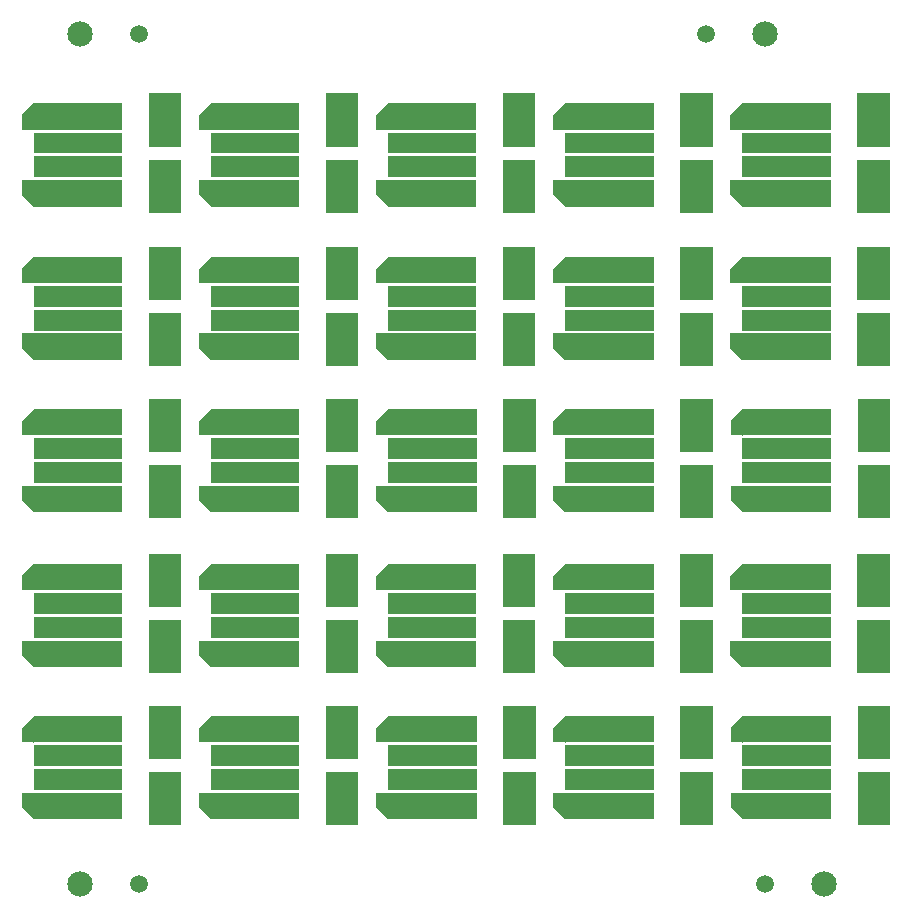
<source format=gts>
*
%FSLAX26Y26*%
%MOIN*%
%ADD10C,0.059055*%
%ADD11C,0.084646*%
%IPPOS*%
%LNa.gts*%
%LPD*%
%SRX1Y1I0J0*%
G01*
G75*
G36*
X514117Y19472D02*
X406243D01*
Y196244D01*
X514117D01*
Y19472D01*
G37*
G36*
X22653Y128873D02*
X22977Y128659D01*
X23348Y128544D01*
X23566Y128527D01*
X317464D01*
Y39944D01*
X23566D01*
X23182Y39890D01*
X22829Y39730D01*
X22598Y39534D01*
X22592Y39541D01*
X22281Y39774D01*
X22094Y39845D01*
X21974Y40111D01*
X21784Y40348D01*
X-17182Y79314D01*
Y128527D01*
X21617D01*
X22001Y128582D01*
X22355Y128741D01*
X22592Y128931D01*
X22598Y128937D01*
X22653Y128873D01*
G37*
G36*
X317464Y138370D02*
X22188D01*
Y207267D01*
X317464D01*
Y138370D01*
G37*
G36*
Y217110D02*
X22188D01*
Y286007D01*
X317464D01*
Y217110D01*
G37*
G36*
X514117Y239944D02*
X406243D01*
Y416716D01*
X514117D01*
Y239944D01*
G37*
G36*
X22653Y384778D02*
X22977Y384565D01*
X23348Y384450D01*
X23566Y384433D01*
X317464D01*
Y295850D01*
X23566D01*
X23182Y295795D01*
X22829Y295636D01*
X22598Y295440D01*
X22592Y295446D01*
X22281Y295679D01*
X21919Y295816D01*
X21617Y295850D01*
X-17182D01*
Y345063D01*
X21784Y384029D01*
X22017Y384339D01*
X22088Y384526D01*
X22355Y384647D01*
X22592Y384836D01*
X22598Y384843D01*
X22653Y384778D01*
G37*
G36*
X1104668Y19472D02*
X996794D01*
Y196244D01*
X1104668D01*
Y19472D01*
G37*
G36*
X613204Y128873D02*
X613528Y128659D01*
X613899Y128544D01*
X614117Y128527D01*
X908015D01*
Y39944D01*
X614117D01*
X613733Y39890D01*
X613380Y39730D01*
X613149Y39534D01*
X613143Y39541D01*
X612832Y39774D01*
X612645Y39845D01*
X612525Y40111D01*
X612335Y40348D01*
X573369Y79314D01*
Y128527D01*
X612168D01*
X612552Y128582D01*
X612906Y128741D01*
X613143Y128931D01*
X613149Y128937D01*
X613204Y128873D01*
G37*
G36*
X908015Y138370D02*
X612739D01*
Y207267D01*
X908015D01*
Y138370D01*
G37*
G36*
Y217110D02*
X612739D01*
Y286007D01*
X908015D01*
Y217110D01*
G37*
G36*
X1104668Y239944D02*
X996794D01*
Y416716D01*
X1104668D01*
Y239944D01*
G37*
G36*
X613204Y384778D02*
X613528Y384565D01*
X613899Y384450D01*
X614117Y384433D01*
X908015D01*
Y295850D01*
X614117D01*
X613733Y295795D01*
X613380Y295636D01*
X613149Y295440D01*
X613143Y295446D01*
X612832Y295679D01*
X612470Y295816D01*
X612168Y295850D01*
X573369D01*
Y345063D01*
X612335Y384029D01*
X612568Y384339D01*
X612639Y384526D01*
X612906Y384647D01*
X613143Y384836D01*
X613149Y384843D01*
X613204Y384778D01*
G37*
G36*
X1695219Y19472D02*
X1587345D01*
Y196244D01*
X1695219D01*
Y19472D01*
G37*
G36*
X1203756Y128873D02*
X1204079Y128659D01*
X1204450Y128544D01*
X1204668Y128527D01*
X1498566D01*
Y39944D01*
X1204668D01*
X1204284Y39890D01*
X1203931Y39730D01*
X1203700Y39534D01*
X1203694Y39541D01*
X1203384Y39774D01*
X1203196Y39845D01*
X1203076Y40111D01*
X1202886Y40348D01*
X1163920Y79314D01*
Y128527D01*
X1202719D01*
X1203103Y128582D01*
X1203457Y128741D01*
X1203694Y128931D01*
X1203700Y128937D01*
X1203756Y128873D01*
G37*
G36*
X1498566Y138370D02*
X1203290D01*
Y207267D01*
X1498566D01*
Y138370D01*
G37*
G36*
Y217110D02*
X1203290D01*
Y286007D01*
X1498566D01*
Y217110D01*
G37*
G36*
X1695219Y239944D02*
X1587345D01*
Y416716D01*
X1695219D01*
Y239944D01*
G37*
G36*
X1203756Y384778D02*
X1204079Y384565D01*
X1204450Y384450D01*
X1204668Y384433D01*
X1498566D01*
Y295850D01*
X1204668D01*
X1204284Y295795D01*
X1203931Y295636D01*
X1203700Y295440D01*
X1203694Y295446D01*
X1203384Y295679D01*
X1203021Y295816D01*
X1202719Y295850D01*
X1163920D01*
Y345063D01*
X1202886Y384029D01*
X1203119Y384339D01*
X1203190Y384526D01*
X1203457Y384647D01*
X1203694Y384836D01*
X1203700Y384843D01*
X1203756Y384778D01*
G37*
G36*
X2285770Y19472D02*
X2177896D01*
Y196244D01*
X2285770D01*
Y19472D01*
G37*
G36*
X1794306Y128873D02*
X1794630Y128659D01*
X1795001Y128544D01*
X1795219Y128527D01*
X2089117D01*
Y39944D01*
X1795219D01*
X1794835Y39890D01*
X1794482Y39730D01*
X1794251Y39534D01*
X1794245Y39541D01*
X1793935Y39774D01*
X1793747Y39845D01*
X1793627Y40111D01*
X1793437Y40348D01*
X1754471Y79314D01*
Y128527D01*
X1793270D01*
X1793654Y128582D01*
X1794008Y128741D01*
X1794245Y128931D01*
X1794251Y128937D01*
X1794306Y128873D01*
G37*
G36*
X2089117Y138370D02*
X1793841D01*
Y207267D01*
X2089117D01*
Y138370D01*
G37*
G36*
Y217110D02*
X1793841D01*
Y286007D01*
X2089117D01*
Y217110D01*
G37*
G36*
X2285770Y239944D02*
X2177896D01*
Y416716D01*
X2285770D01*
Y239944D01*
G37*
G36*
X1794306Y384778D02*
X1794630Y384565D01*
X1795001Y384450D01*
X1795219Y384433D01*
X2089117D01*
Y295850D01*
X1795219D01*
X1794835Y295795D01*
X1794482Y295636D01*
X1794251Y295440D01*
X1794245Y295446D01*
X1793935Y295679D01*
X1793572Y295816D01*
X1793270Y295850D01*
X1754471D01*
Y345063D01*
X1793437Y384029D01*
X1793670Y384339D01*
X1793741Y384526D01*
X1794008Y384647D01*
X1794245Y384836D01*
X1794251Y384843D01*
X1794306Y384778D01*
G37*
G36*
X2876321Y19472D02*
X2768447D01*
Y196244D01*
X2876321D01*
Y19472D01*
G37*
G36*
X2384857Y128873D02*
X2385181Y128659D01*
X2385552Y128544D01*
X2385770Y128527D01*
X2679668D01*
Y39944D01*
X2385770D01*
X2385386Y39890D01*
X2385033Y39730D01*
X2384802Y39534D01*
X2384796Y39541D01*
X2384486Y39774D01*
X2384298Y39845D01*
X2384178Y40111D01*
X2383988Y40348D01*
X2345022Y79314D01*
Y128527D01*
X2383821D01*
X2384205Y128582D01*
X2384559Y128741D01*
X2384796Y128931D01*
X2384802Y128937D01*
X2384857Y128873D01*
G37*
G36*
X2679668Y138370D02*
X2384392D01*
Y207267D01*
X2679668D01*
Y138370D01*
G37*
G36*
Y217110D02*
X2384392D01*
Y286007D01*
X2679668D01*
Y217110D01*
G37*
G36*
X2876321Y239944D02*
X2768447D01*
Y416716D01*
X2876321D01*
Y239944D01*
G37*
G36*
X2384857Y384778D02*
X2385181Y384565D01*
X2385552Y384450D01*
X2385770Y384433D01*
X2679668D01*
Y295850D01*
X2385770D01*
X2385386Y295795D01*
X2385033Y295636D01*
X2384802Y295440D01*
X2384796Y295446D01*
X2384486Y295679D01*
X2384123Y295816D01*
X2383821Y295850D01*
X2345022D01*
Y345063D01*
X2383988Y384029D01*
X2384221Y384339D01*
X2384292Y384526D01*
X2384559Y384647D01*
X2384796Y384836D01*
X2384802Y384843D01*
X2384857Y384778D01*
G37*
G36*
X513626Y526512D02*
X405752D01*
Y703284D01*
X513626D01*
Y526512D01*
G37*
G36*
X22162Y635913D02*
X22486Y635699D01*
X22857Y635585D01*
X23075Y635567D01*
X316973D01*
Y546984D01*
X23075D01*
X22691Y546930D01*
X22338Y546770D01*
X22107Y546574D01*
X22100Y546581D01*
X21790Y546814D01*
X21603Y546885D01*
X21483Y547151D01*
X21293Y547388D01*
X-17673Y586355D01*
Y635567D01*
X21126D01*
X21510Y635622D01*
X21863Y635781D01*
X22100Y635971D01*
X22107Y635977D01*
X22162Y635913D01*
G37*
G36*
X316973Y645410D02*
X21697D01*
Y714307D01*
X316973D01*
Y645410D01*
G37*
G36*
Y724150D02*
X21697D01*
Y793047D01*
X316973D01*
Y724150D01*
G37*
G36*
X513626Y746984D02*
X405752D01*
Y923756D01*
X513626D01*
Y746984D01*
G37*
G36*
X22162Y891818D02*
X22486Y891605D01*
X22857Y891490D01*
X23075Y891473D01*
X316973D01*
Y802890D01*
X23075D01*
X22691Y802835D01*
X22338Y802676D01*
X22107Y802480D01*
X22100Y802486D01*
X21790Y802719D01*
X21428Y802856D01*
X21126Y802890D01*
X-17673D01*
Y852103D01*
X21293Y891069D01*
X21526Y891379D01*
X21597Y891567D01*
X21863Y891687D01*
X22100Y891876D01*
X22107Y891883D01*
X22162Y891818D01*
G37*
G36*
X1104177Y526512D02*
X996303D01*
Y703284D01*
X1104177D01*
Y526512D01*
G37*
G36*
X612713Y635913D02*
X613037Y635699D01*
X613408Y635585D01*
X613626Y635567D01*
X907524D01*
Y546984D01*
X613626D01*
X613242Y546930D01*
X612889Y546770D01*
X612658Y546574D01*
X612651Y546581D01*
X612341Y546814D01*
X612154Y546885D01*
X612034Y547151D01*
X611844Y547388D01*
X572878Y586355D01*
Y635567D01*
X611677D01*
X612061Y635622D01*
X612414Y635781D01*
X612651Y635971D01*
X612658Y635977D01*
X612713Y635913D01*
G37*
G36*
X907524Y645410D02*
X612248D01*
Y714307D01*
X907524D01*
Y645410D01*
G37*
G36*
Y724150D02*
X612248D01*
Y793047D01*
X907524D01*
Y724150D01*
G37*
G36*
X1104177Y746984D02*
X996303D01*
Y923756D01*
X1104177D01*
Y746984D01*
G37*
G36*
X612713Y891818D02*
X613037Y891605D01*
X613408Y891490D01*
X613626Y891473D01*
X907524D01*
Y802890D01*
X613626D01*
X613242Y802835D01*
X612889Y802676D01*
X612658Y802480D01*
X612651Y802486D01*
X612341Y802719D01*
X611979Y802856D01*
X611677Y802890D01*
X572878D01*
Y852103D01*
X611844Y891069D01*
X612077Y891379D01*
X612148Y891567D01*
X612414Y891687D01*
X612651Y891876D01*
X612658Y891883D01*
X612713Y891818D01*
G37*
G36*
X1694728Y526512D02*
X1586854D01*
Y703284D01*
X1694728D01*
Y526512D01*
G37*
G36*
X1203264Y635913D02*
X1203588Y635699D01*
X1203959Y635585D01*
X1204177Y635567D01*
X1498075D01*
Y546984D01*
X1204177D01*
X1203793Y546930D01*
X1203440Y546770D01*
X1203209Y546574D01*
X1203203Y546581D01*
X1202893Y546814D01*
X1202705Y546885D01*
X1202585Y547151D01*
X1202395Y547388D01*
X1163429Y586355D01*
Y635567D01*
X1202228D01*
X1202612Y635622D01*
X1202966Y635781D01*
X1203203Y635971D01*
X1203209Y635977D01*
X1203264Y635913D01*
G37*
G36*
X1498075Y645410D02*
X1202799D01*
Y714307D01*
X1498075D01*
Y645410D01*
G37*
G36*
Y724150D02*
X1202799D01*
Y793047D01*
X1498075D01*
Y724150D01*
G37*
G36*
X1694728Y746984D02*
X1586854D01*
Y923756D01*
X1694728D01*
Y746984D01*
G37*
G36*
X1203264Y891818D02*
X1203588Y891605D01*
X1203959Y891490D01*
X1204177Y891473D01*
X1498075D01*
Y802890D01*
X1204177D01*
X1203793Y802835D01*
X1203440Y802676D01*
X1203209Y802480D01*
X1203203Y802486D01*
X1202893Y802719D01*
X1202530Y802856D01*
X1202228Y802890D01*
X1163429D01*
Y852103D01*
X1202395Y891069D01*
X1202628Y891379D01*
X1202699Y891567D01*
X1202966Y891687D01*
X1203203Y891876D01*
X1203209Y891883D01*
X1203264Y891818D01*
G37*
G36*
X2285279Y526512D02*
X2177405D01*
Y703284D01*
X2285279D01*
Y526512D01*
G37*
G36*
X1793815Y635913D02*
X1794139Y635699D01*
X1794510Y635585D01*
X1794728Y635567D01*
X2088626D01*
Y546984D01*
X1794728D01*
X1794344Y546930D01*
X1793991Y546770D01*
X1793760Y546574D01*
X1793754Y546581D01*
X1793444Y546814D01*
X1793256Y546885D01*
X1793136Y547151D01*
X1792946Y547388D01*
X1753980Y586355D01*
Y635567D01*
X1792779D01*
X1793163Y635622D01*
X1793517Y635781D01*
X1793754Y635971D01*
X1793760Y635977D01*
X1793815Y635913D01*
G37*
G36*
X2088626Y645410D02*
X1793350D01*
Y714307D01*
X2088626D01*
Y645410D01*
G37*
G36*
Y724150D02*
X1793350D01*
Y793047D01*
X2088626D01*
Y724150D01*
G37*
G36*
X2285279Y746984D02*
X2177405D01*
Y923756D01*
X2285279D01*
Y746984D01*
G37*
G36*
X1793815Y891818D02*
X1794139Y891605D01*
X1794510Y891490D01*
X1794728Y891473D01*
X2088626D01*
Y802890D01*
X1794728D01*
X1794344Y802835D01*
X1793991Y802676D01*
X1793760Y802480D01*
X1793754Y802486D01*
X1793444Y802719D01*
X1793081Y802856D01*
X1792779Y802890D01*
X1753980D01*
Y852103D01*
X1792946Y891069D01*
X1793179Y891379D01*
X1793250Y891567D01*
X1793517Y891687D01*
X1793754Y891876D01*
X1793760Y891883D01*
X1793815Y891818D01*
G37*
G36*
X2875830Y526512D02*
X2767956D01*
Y703284D01*
X2875830D01*
Y526512D01*
G37*
G36*
X2384366Y635913D02*
X2384690Y635699D01*
X2385061Y635585D01*
X2385279Y635567D01*
X2679177D01*
Y546984D01*
X2385279D01*
X2384895Y546930D01*
X2384542Y546770D01*
X2384311Y546574D01*
X2384305Y546581D01*
X2383994Y546814D01*
X2383807Y546885D01*
X2383687Y547151D01*
X2383497Y547388D01*
X2344531Y586355D01*
Y635567D01*
X2383330D01*
X2383714Y635622D01*
X2384068Y635781D01*
X2384305Y635971D01*
X2384311Y635977D01*
X2384366Y635913D01*
G37*
G36*
X2679177Y645410D02*
X2383901D01*
Y714307D01*
X2679177D01*
Y645410D01*
G37*
G36*
Y724150D02*
X2383901D01*
Y793047D01*
X2679177D01*
Y724150D01*
G37*
G36*
X2875830Y746984D02*
X2767956D01*
Y923756D01*
X2875830D01*
Y746984D01*
G37*
G36*
X2384366Y891818D02*
X2384690Y891605D01*
X2385061Y891490D01*
X2385279Y891473D01*
X2679177D01*
Y802890D01*
X2385279D01*
X2384895Y802835D01*
X2384542Y802676D01*
X2384311Y802480D01*
X2384305Y802486D01*
X2383994Y802719D01*
X2383632Y802856D01*
X2383330Y802890D01*
X2344531D01*
Y852103D01*
X2383497Y891069D01*
X2383730Y891379D01*
X2383801Y891567D01*
X2384068Y891687D01*
X2384305Y891876D01*
X2384311Y891883D01*
X2384366Y891818D01*
G37*
G36*
X514117Y1043141D02*
X406243D01*
Y1219913D01*
X514117D01*
Y1043141D01*
G37*
G36*
X22653Y1152542D02*
X22977Y1152328D01*
X23348Y1152213D01*
X23566Y1152196D01*
X317464D01*
Y1063613D01*
X23566D01*
X23182Y1063559D01*
X22829Y1063399D01*
X22598Y1063203D01*
X22592Y1063210D01*
X22281Y1063443D01*
X22094Y1063514D01*
X21974Y1063780D01*
X21784Y1064017D01*
X-17182Y1102983D01*
Y1152196D01*
X21617D01*
X22001Y1152251D01*
X22355Y1152410D01*
X22592Y1152600D01*
X22598Y1152606D01*
X22653Y1152542D01*
G37*
G36*
X317464Y1162039D02*
X22188D01*
Y1230936D01*
X317464D01*
Y1162039D01*
G37*
G36*
Y1240779D02*
X22188D01*
Y1309676D01*
X317464D01*
Y1240779D01*
G37*
G36*
X514117Y1263613D02*
X406243D01*
Y1440385D01*
X514117D01*
Y1263613D01*
G37*
G36*
X22653Y1408447D02*
X22977Y1408234D01*
X23348Y1408119D01*
X23566Y1408102D01*
X317464D01*
Y1319519D01*
X23566D01*
X23182Y1319464D01*
X22829Y1319305D01*
X22598Y1319109D01*
X22592Y1319115D01*
X22281Y1319348D01*
X21919Y1319485D01*
X21617Y1319519D01*
X-17182D01*
Y1368731D01*
X21784Y1407698D01*
X22017Y1408008D01*
X22088Y1408195D01*
X22355Y1408316D01*
X22592Y1408505D01*
X22598Y1408512D01*
X22653Y1408447D01*
G37*
G36*
X1104668Y1043141D02*
X996794D01*
Y1219913D01*
X1104668D01*
Y1043141D01*
G37*
G36*
X613204Y1152542D02*
X613528Y1152328D01*
X613899Y1152213D01*
X614117Y1152196D01*
X908015D01*
Y1063613D01*
X614117D01*
X613733Y1063559D01*
X613380Y1063399D01*
X613149Y1063203D01*
X613143Y1063210D01*
X612832Y1063443D01*
X612645Y1063514D01*
X612525Y1063780D01*
X612335Y1064017D01*
X573369Y1102983D01*
Y1152196D01*
X612168D01*
X612552Y1152251D01*
X612906Y1152410D01*
X613143Y1152600D01*
X613149Y1152606D01*
X613204Y1152542D01*
G37*
G36*
X908015Y1162039D02*
X612739D01*
Y1230936D01*
X908015D01*
Y1162039D01*
G37*
G36*
Y1240779D02*
X612739D01*
Y1309676D01*
X908015D01*
Y1240779D01*
G37*
G36*
X1104668Y1263613D02*
X996794D01*
Y1440385D01*
X1104668D01*
Y1263613D01*
G37*
G36*
X613204Y1408447D02*
X613528Y1408234D01*
X613899Y1408119D01*
X614117Y1408102D01*
X908015D01*
Y1319519D01*
X614117D01*
X613733Y1319464D01*
X613380Y1319305D01*
X613149Y1319109D01*
X613143Y1319115D01*
X612832Y1319348D01*
X612470Y1319485D01*
X612168Y1319519D01*
X573369D01*
Y1368731D01*
X612335Y1407698D01*
X612568Y1408008D01*
X612639Y1408195D01*
X612906Y1408316D01*
X613143Y1408505D01*
X613149Y1408512D01*
X613204Y1408447D01*
G37*
G36*
X1695219Y1043141D02*
X1587345D01*
Y1219913D01*
X1695219D01*
Y1043141D01*
G37*
G36*
X1203756Y1152542D02*
X1204079Y1152328D01*
X1204450Y1152213D01*
X1204668Y1152196D01*
X1498566D01*
Y1063613D01*
X1204668D01*
X1204284Y1063559D01*
X1203931Y1063399D01*
X1203700Y1063203D01*
X1203694Y1063210D01*
X1203384Y1063443D01*
X1203196Y1063514D01*
X1203076Y1063780D01*
X1202886Y1064017D01*
X1163920Y1102983D01*
Y1152196D01*
X1202719D01*
X1203103Y1152251D01*
X1203457Y1152410D01*
X1203694Y1152600D01*
X1203700Y1152606D01*
X1203756Y1152542D01*
G37*
G36*
X1498566Y1162039D02*
X1203290D01*
Y1230936D01*
X1498566D01*
Y1162039D01*
G37*
G36*
Y1240779D02*
X1203290D01*
Y1309676D01*
X1498566D01*
Y1240779D01*
G37*
G36*
X1695219Y1263613D02*
X1587345D01*
Y1440385D01*
X1695219D01*
Y1263613D01*
G37*
G36*
X1203756Y1408447D02*
X1204079Y1408234D01*
X1204450Y1408119D01*
X1204668Y1408102D01*
X1498566D01*
Y1319519D01*
X1204668D01*
X1204284Y1319464D01*
X1203931Y1319305D01*
X1203700Y1319109D01*
X1203694Y1319115D01*
X1203384Y1319348D01*
X1203021Y1319485D01*
X1202719Y1319519D01*
X1163920D01*
Y1368731D01*
X1202886Y1407698D01*
X1203119Y1408008D01*
X1203190Y1408195D01*
X1203457Y1408316D01*
X1203694Y1408505D01*
X1203700Y1408512D01*
X1203756Y1408447D01*
G37*
G36*
X2285770Y1043141D02*
X2177896D01*
Y1219913D01*
X2285770D01*
Y1043141D01*
G37*
G36*
X1794306Y1152542D02*
X1794630Y1152328D01*
X1795001Y1152213D01*
X1795219Y1152196D01*
X2089117D01*
Y1063613D01*
X1795219D01*
X1794835Y1063559D01*
X1794482Y1063399D01*
X1794251Y1063203D01*
X1794245Y1063210D01*
X1793935Y1063443D01*
X1793747Y1063514D01*
X1793627Y1063780D01*
X1793437Y1064017D01*
X1754471Y1102983D01*
Y1152196D01*
X1793270D01*
X1793654Y1152251D01*
X1794008Y1152410D01*
X1794245Y1152600D01*
X1794251Y1152606D01*
X1794306Y1152542D01*
G37*
G36*
X2089117Y1162039D02*
X1793841D01*
Y1230936D01*
X2089117D01*
Y1162039D01*
G37*
G36*
Y1240779D02*
X1793841D01*
Y1309676D01*
X2089117D01*
Y1240779D01*
G37*
G36*
X2285770Y1263613D02*
X2177896D01*
Y1440385D01*
X2285770D01*
Y1263613D01*
G37*
G36*
X1794306Y1408447D02*
X1794630Y1408234D01*
X1795001Y1408119D01*
X1795219Y1408102D01*
X2089117D01*
Y1319519D01*
X1795219D01*
X1794835Y1319464D01*
X1794482Y1319305D01*
X1794251Y1319109D01*
X1794245Y1319115D01*
X1793935Y1319348D01*
X1793572Y1319485D01*
X1793270Y1319519D01*
X1754471D01*
Y1368731D01*
X1793437Y1407698D01*
X1793670Y1408008D01*
X1793741Y1408195D01*
X1794008Y1408316D01*
X1794245Y1408505D01*
X1794251Y1408512D01*
X1794306Y1408447D01*
G37*
G36*
X2876321Y1043141D02*
X2768447D01*
Y1219913D01*
X2876321D01*
Y1043141D01*
G37*
G36*
X2384857Y1152542D02*
X2385181Y1152328D01*
X2385552Y1152213D01*
X2385770Y1152196D01*
X2679668D01*
Y1063613D01*
X2385770D01*
X2385386Y1063559D01*
X2385033Y1063399D01*
X2384802Y1063203D01*
X2384796Y1063210D01*
X2384486Y1063443D01*
X2384298Y1063514D01*
X2384178Y1063780D01*
X2383988Y1064017D01*
X2345022Y1102983D01*
Y1152196D01*
X2383821D01*
X2384205Y1152251D01*
X2384559Y1152410D01*
X2384796Y1152600D01*
X2384802Y1152606D01*
X2384857Y1152542D01*
G37*
G36*
X2679668Y1162039D02*
X2384392D01*
Y1230936D01*
X2679668D01*
Y1162039D01*
G37*
G36*
Y1240779D02*
X2384392D01*
Y1309676D01*
X2679668D01*
Y1240779D01*
G37*
G36*
X2876321Y1263613D02*
X2768447D01*
Y1440385D01*
X2876321D01*
Y1263613D01*
G37*
G36*
X2384857Y1408447D02*
X2385181Y1408234D01*
X2385552Y1408119D01*
X2385770Y1408102D01*
X2679668D01*
Y1319519D01*
X2385770D01*
X2385386Y1319464D01*
X2385033Y1319305D01*
X2384802Y1319109D01*
X2384796Y1319115D01*
X2384486Y1319348D01*
X2384123Y1319485D01*
X2383821Y1319519D01*
X2345022D01*
Y1368731D01*
X2383988Y1407698D01*
X2384221Y1408008D01*
X2384292Y1408195D01*
X2384559Y1408316D01*
X2384796Y1408505D01*
X2384802Y1408512D01*
X2384857Y1408447D01*
G37*
G36*
X513626Y1550181D02*
X405752D01*
Y1726953D01*
X513626D01*
Y1550181D01*
G37*
G36*
X22162Y1659582D02*
X22486Y1659368D01*
X22857Y1659254D01*
X23075Y1659236D01*
X316973D01*
Y1570653D01*
X23075D01*
X22691Y1570599D01*
X22338Y1570439D01*
X22107Y1570243D01*
X22100Y1570250D01*
X21790Y1570483D01*
X21603Y1570554D01*
X21483Y1570820D01*
X21293Y1571057D01*
X-17673Y1610024D01*
Y1659236D01*
X21126D01*
X21510Y1659291D01*
X21863Y1659450D01*
X22100Y1659640D01*
X22107Y1659646D01*
X22162Y1659582D01*
G37*
G36*
X316973Y1669079D02*
X21697D01*
Y1737976D01*
X316973D01*
Y1669079D01*
G37*
G36*
Y1747819D02*
X21697D01*
Y1816716D01*
X316973D01*
Y1747819D01*
G37*
G36*
X513626Y1770653D02*
X405752D01*
Y1947425D01*
X513626D01*
Y1770653D01*
G37*
G36*
X22162Y1915487D02*
X22486Y1915274D01*
X22857Y1915159D01*
X23075Y1915142D01*
X316973D01*
Y1826559D01*
X23075D01*
X22691Y1826504D01*
X22338Y1826345D01*
X22107Y1826149D01*
X22100Y1826155D01*
X21790Y1826388D01*
X21428Y1826525D01*
X21126Y1826559D01*
X-17673D01*
Y1875772D01*
X21293Y1914738D01*
X21526Y1915048D01*
X21597Y1915236D01*
X21863Y1915356D01*
X22100Y1915545D01*
X22107Y1915552D01*
X22162Y1915487D01*
G37*
G36*
X1104177Y1550181D02*
X996303D01*
Y1726953D01*
X1104177D01*
Y1550181D01*
G37*
G36*
X612713Y1659582D02*
X613037Y1659368D01*
X613408Y1659254D01*
X613626Y1659236D01*
X907524D01*
Y1570653D01*
X613626D01*
X613242Y1570599D01*
X612889Y1570439D01*
X612658Y1570243D01*
X612651Y1570250D01*
X612341Y1570483D01*
X612154Y1570554D01*
X612034Y1570820D01*
X611844Y1571057D01*
X572878Y1610024D01*
Y1659236D01*
X611677D01*
X612061Y1659291D01*
X612414Y1659450D01*
X612651Y1659640D01*
X612658Y1659646D01*
X612713Y1659582D01*
G37*
G36*
X907524Y1669079D02*
X612248D01*
Y1737976D01*
X907524D01*
Y1669079D01*
G37*
G36*
Y1747819D02*
X612248D01*
Y1816716D01*
X907524D01*
Y1747819D01*
G37*
G36*
X1104177Y1770653D02*
X996303D01*
Y1947425D01*
X1104177D01*
Y1770653D01*
G37*
G36*
X612713Y1915487D02*
X613037Y1915274D01*
X613408Y1915159D01*
X613626Y1915142D01*
X907524D01*
Y1826559D01*
X613626D01*
X613242Y1826504D01*
X612889Y1826345D01*
X612658Y1826149D01*
X612651Y1826155D01*
X612341Y1826388D01*
X611979Y1826525D01*
X611677Y1826559D01*
X572878D01*
Y1875772D01*
X611844Y1914738D01*
X612077Y1915048D01*
X612148Y1915236D01*
X612414Y1915356D01*
X612651Y1915545D01*
X612658Y1915552D01*
X612713Y1915487D01*
G37*
G36*
X1694728Y1550181D02*
X1586854D01*
Y1726953D01*
X1694728D01*
Y1550181D01*
G37*
G36*
X1203264Y1659582D02*
X1203588Y1659368D01*
X1203959Y1659254D01*
X1204177Y1659236D01*
X1498075D01*
Y1570653D01*
X1204177D01*
X1203793Y1570599D01*
X1203440Y1570439D01*
X1203209Y1570243D01*
X1203203Y1570250D01*
X1202893Y1570483D01*
X1202705Y1570554D01*
X1202585Y1570820D01*
X1202395Y1571057D01*
X1163429Y1610024D01*
Y1659236D01*
X1202228D01*
X1202612Y1659291D01*
X1202966Y1659450D01*
X1203203Y1659640D01*
X1203209Y1659646D01*
X1203264Y1659582D01*
G37*
G36*
X1498075Y1669079D02*
X1202799D01*
Y1737976D01*
X1498075D01*
Y1669079D01*
G37*
G36*
Y1747819D02*
X1202799D01*
Y1816716D01*
X1498075D01*
Y1747819D01*
G37*
G36*
X1694728Y1770653D02*
X1586854D01*
Y1947425D01*
X1694728D01*
Y1770653D01*
G37*
G36*
X1203264Y1915487D02*
X1203588Y1915274D01*
X1203959Y1915159D01*
X1204177Y1915142D01*
X1498075D01*
Y1826559D01*
X1204177D01*
X1203793Y1826504D01*
X1203440Y1826345D01*
X1203209Y1826149D01*
X1203203Y1826155D01*
X1202893Y1826388D01*
X1202530Y1826525D01*
X1202228Y1826559D01*
X1163429D01*
Y1875772D01*
X1202395Y1914738D01*
X1202628Y1915048D01*
X1202699Y1915236D01*
X1202966Y1915356D01*
X1203203Y1915545D01*
X1203209Y1915552D01*
X1203264Y1915487D01*
G37*
G36*
X2285279Y1550181D02*
X2177405D01*
Y1726953D01*
X2285279D01*
Y1550181D01*
G37*
G36*
X1793815Y1659582D02*
X1794139Y1659368D01*
X1794510Y1659254D01*
X1794728Y1659236D01*
X2088626D01*
Y1570653D01*
X1794728D01*
X1794344Y1570599D01*
X1793991Y1570439D01*
X1793760Y1570243D01*
X1793754Y1570250D01*
X1793444Y1570483D01*
X1793256Y1570554D01*
X1793136Y1570820D01*
X1792946Y1571057D01*
X1753980Y1610024D01*
Y1659236D01*
X1792779D01*
X1793163Y1659291D01*
X1793517Y1659450D01*
X1793754Y1659640D01*
X1793760Y1659646D01*
X1793815Y1659582D01*
G37*
G36*
X2088626Y1669079D02*
X1793350D01*
Y1737976D01*
X2088626D01*
Y1669079D01*
G37*
G36*
Y1747819D02*
X1793350D01*
Y1816716D01*
X2088626D01*
Y1747819D01*
G37*
G36*
X2285279Y1770653D02*
X2177405D01*
Y1947425D01*
X2285279D01*
Y1770653D01*
G37*
G36*
X1793815Y1915487D02*
X1794139Y1915274D01*
X1794510Y1915159D01*
X1794728Y1915142D01*
X2088626D01*
Y1826559D01*
X1794728D01*
X1794344Y1826504D01*
X1793991Y1826345D01*
X1793760Y1826149D01*
X1793754Y1826155D01*
X1793444Y1826388D01*
X1793081Y1826525D01*
X1792779Y1826559D01*
X1753980D01*
Y1875772D01*
X1792946Y1914738D01*
X1793179Y1915048D01*
X1793250Y1915236D01*
X1793517Y1915356D01*
X1793754Y1915545D01*
X1793760Y1915552D01*
X1793815Y1915487D01*
G37*
G36*
X2875830Y1550181D02*
X2767956D01*
Y1726953D01*
X2875830D01*
Y1550181D01*
G37*
G36*
X2384366Y1659582D02*
X2384690Y1659368D01*
X2385061Y1659254D01*
X2385279Y1659236D01*
X2679177D01*
Y1570653D01*
X2385279D01*
X2384895Y1570599D01*
X2384542Y1570439D01*
X2384311Y1570243D01*
X2384305Y1570250D01*
X2383994Y1570483D01*
X2383807Y1570554D01*
X2383687Y1570820D01*
X2383497Y1571057D01*
X2344531Y1610024D01*
Y1659236D01*
X2383330D01*
X2383714Y1659291D01*
X2384068Y1659450D01*
X2384305Y1659640D01*
X2384311Y1659646D01*
X2384366Y1659582D01*
G37*
G36*
X2679177Y1669079D02*
X2383901D01*
Y1737976D01*
X2679177D01*
Y1669079D01*
G37*
G36*
Y1747819D02*
X2383901D01*
Y1816716D01*
X2679177D01*
Y1747819D01*
G37*
G36*
X2875830Y1770653D02*
X2767956D01*
Y1947425D01*
X2875830D01*
Y1770653D01*
G37*
G36*
X2384366Y1915487D02*
X2384690Y1915274D01*
X2385061Y1915159D01*
X2385279Y1915142D01*
X2679177D01*
Y1826559D01*
X2385279D01*
X2384895Y1826504D01*
X2384542Y1826345D01*
X2384311Y1826149D01*
X2384305Y1826155D01*
X2383994Y1826388D01*
X2383632Y1826525D01*
X2383330Y1826559D01*
X2344531D01*
Y1875772D01*
X2383497Y1914738D01*
X2383730Y1915048D01*
X2383801Y1915236D01*
X2384068Y1915356D01*
X2384305Y1915545D01*
X2384311Y1915552D01*
X2384366Y1915487D01*
G37*
G36*
X513626Y2062016D02*
X405752D01*
Y2238788D01*
X513626D01*
Y2062016D01*
G37*
G36*
X22162Y2171417D02*
X22486Y2171203D01*
X22857Y2171088D01*
X23075Y2171071D01*
X316973D01*
Y2082488D01*
X23075D01*
X22691Y2082434D01*
X22338Y2082274D01*
X22107Y2082078D01*
X22100Y2082085D01*
X21790Y2082318D01*
X21603Y2082389D01*
X21483Y2082655D01*
X21293Y2082892D01*
X-17673Y2121858D01*
Y2171071D01*
X21126D01*
X21510Y2171126D01*
X21863Y2171285D01*
X22100Y2171475D01*
X22107Y2171481D01*
X22162Y2171417D01*
G37*
G36*
X316973Y2180914D02*
X21697D01*
Y2249811D01*
X316973D01*
Y2180914D01*
G37*
G36*
Y2259654D02*
X21697D01*
Y2328551D01*
X316973D01*
Y2259654D01*
G37*
G36*
X513626Y2282488D02*
X405752D01*
Y2459260D01*
X513626D01*
Y2282488D01*
G37*
G36*
X22162Y2427322D02*
X22486Y2427109D01*
X22857Y2426994D01*
X23075Y2426977D01*
X316973D01*
Y2338394D01*
X23075D01*
X22691Y2338339D01*
X22338Y2338180D01*
X22107Y2337984D01*
X22100Y2337990D01*
X21790Y2338223D01*
X21428Y2338360D01*
X21126Y2338394D01*
X-17673D01*
Y2387606D01*
X21293Y2426573D01*
X21526Y2426883D01*
X21597Y2427070D01*
X21863Y2427191D01*
X22100Y2427380D01*
X22107Y2427387D01*
X22162Y2427322D01*
G37*
G36*
X1104177Y2062016D02*
X996303D01*
Y2238788D01*
X1104177D01*
Y2062016D01*
G37*
G36*
X612713Y2171417D02*
X613037Y2171203D01*
X613408Y2171088D01*
X613626Y2171071D01*
X907524D01*
Y2082488D01*
X613626D01*
X613242Y2082434D01*
X612889Y2082274D01*
X612658Y2082078D01*
X612651Y2082085D01*
X612341Y2082318D01*
X612154Y2082389D01*
X612034Y2082655D01*
X611844Y2082892D01*
X572878Y2121858D01*
Y2171071D01*
X611677D01*
X612061Y2171126D01*
X612414Y2171285D01*
X612651Y2171475D01*
X612658Y2171481D01*
X612713Y2171417D01*
G37*
G36*
X907524Y2180914D02*
X612248D01*
Y2249811D01*
X907524D01*
Y2180914D01*
G37*
G36*
Y2259654D02*
X612248D01*
Y2328551D01*
X907524D01*
Y2259654D01*
G37*
G36*
X1104177Y2282488D02*
X996303D01*
Y2459260D01*
X1104177D01*
Y2282488D01*
G37*
G36*
X612713Y2427322D02*
X613037Y2427109D01*
X613408Y2426994D01*
X613626Y2426977D01*
X907524D01*
Y2338394D01*
X613626D01*
X613242Y2338339D01*
X612889Y2338180D01*
X612658Y2337984D01*
X612651Y2337990D01*
X612341Y2338223D01*
X611979Y2338360D01*
X611677Y2338394D01*
X572878D01*
Y2387606D01*
X611844Y2426573D01*
X612077Y2426883D01*
X612148Y2427070D01*
X612414Y2427191D01*
X612651Y2427380D01*
X612658Y2427387D01*
X612713Y2427322D01*
G37*
G36*
X1694728Y2062016D02*
X1586854D01*
Y2238788D01*
X1694728D01*
Y2062016D01*
G37*
G36*
X1203264Y2171417D02*
X1203588Y2171203D01*
X1203959Y2171088D01*
X1204177Y2171071D01*
X1498075D01*
Y2082488D01*
X1204177D01*
X1203793Y2082434D01*
X1203440Y2082274D01*
X1203209Y2082078D01*
X1203203Y2082085D01*
X1202893Y2082318D01*
X1202705Y2082389D01*
X1202585Y2082655D01*
X1202395Y2082892D01*
X1163429Y2121858D01*
Y2171071D01*
X1202228D01*
X1202612Y2171126D01*
X1202966Y2171285D01*
X1203203Y2171475D01*
X1203209Y2171481D01*
X1203264Y2171417D01*
G37*
G36*
X1498075Y2180914D02*
X1202799D01*
Y2249811D01*
X1498075D01*
Y2180914D01*
G37*
G36*
Y2259654D02*
X1202799D01*
Y2328551D01*
X1498075D01*
Y2259654D01*
G37*
G36*
X1694728Y2282488D02*
X1586854D01*
Y2459260D01*
X1694728D01*
Y2282488D01*
G37*
G36*
X1203264Y2427322D02*
X1203588Y2427109D01*
X1203959Y2426994D01*
X1204177Y2426977D01*
X1498075D01*
Y2338394D01*
X1204177D01*
X1203793Y2338339D01*
X1203440Y2338180D01*
X1203209Y2337984D01*
X1203203Y2337990D01*
X1202893Y2338223D01*
X1202530Y2338360D01*
X1202228Y2338394D01*
X1163429D01*
Y2387606D01*
X1202395Y2426573D01*
X1202628Y2426883D01*
X1202699Y2427070D01*
X1202966Y2427191D01*
X1203203Y2427380D01*
X1203209Y2427387D01*
X1203264Y2427322D01*
G37*
G36*
X2285279Y2062016D02*
X2177405D01*
Y2238788D01*
X2285279D01*
Y2062016D01*
G37*
G36*
X1793815Y2171417D02*
X1794139Y2171203D01*
X1794510Y2171088D01*
X1794728Y2171071D01*
X2088626D01*
Y2082488D01*
X1794728D01*
X1794344Y2082434D01*
X1793991Y2082274D01*
X1793760Y2082078D01*
X1793754Y2082085D01*
X1793444Y2082318D01*
X1793256Y2082389D01*
X1793136Y2082655D01*
X1792946Y2082892D01*
X1753980Y2121858D01*
Y2171071D01*
X1792779D01*
X1793163Y2171126D01*
X1793517Y2171285D01*
X1793754Y2171475D01*
X1793760Y2171481D01*
X1793815Y2171417D01*
G37*
G36*
X2088626Y2180914D02*
X1793350D01*
Y2249811D01*
X2088626D01*
Y2180914D01*
G37*
G36*
Y2259654D02*
X1793350D01*
Y2328551D01*
X2088626D01*
Y2259654D01*
G37*
G36*
X2285279Y2282488D02*
X2177405D01*
Y2459260D01*
X2285279D01*
Y2282488D01*
G37*
G36*
X1793815Y2427322D02*
X1794139Y2427109D01*
X1794510Y2426994D01*
X1794728Y2426977D01*
X2088626D01*
Y2338394D01*
X1794728D01*
X1794344Y2338339D01*
X1793991Y2338180D01*
X1793760Y2337984D01*
X1793754Y2337990D01*
X1793444Y2338223D01*
X1793081Y2338360D01*
X1792779Y2338394D01*
X1753980D01*
Y2387606D01*
X1792946Y2426573D01*
X1793179Y2426883D01*
X1793250Y2427070D01*
X1793517Y2427191D01*
X1793754Y2427380D01*
X1793760Y2427387D01*
X1793815Y2427322D01*
G37*
G36*
X2875830Y2062016D02*
X2767956D01*
Y2238788D01*
X2875830D01*
Y2062016D01*
G37*
G36*
X2384366Y2171417D02*
X2384690Y2171203D01*
X2385061Y2171088D01*
X2385279Y2171071D01*
X2679177D01*
Y2082488D01*
X2385279D01*
X2384895Y2082434D01*
X2384542Y2082274D01*
X2384311Y2082078D01*
X2384305Y2082085D01*
X2383994Y2082318D01*
X2383807Y2082389D01*
X2383687Y2082655D01*
X2383497Y2082892D01*
X2344531Y2121858D01*
Y2171071D01*
X2383330D01*
X2383714Y2171126D01*
X2384068Y2171285D01*
X2384305Y2171475D01*
X2384311Y2171481D01*
X2384366Y2171417D01*
G37*
G36*
X2679177Y2180914D02*
X2383901D01*
Y2249811D01*
X2679177D01*
Y2180914D01*
G37*
G36*
Y2259654D02*
X2383901D01*
Y2328551D01*
X2679177D01*
Y2259654D01*
G37*
G36*
X2875830Y2282488D02*
X2767956D01*
Y2459260D01*
X2875830D01*
Y2282488D01*
G37*
G36*
X2384366Y2427322D02*
X2384690Y2427109D01*
X2385061Y2426994D01*
X2385279Y2426977D01*
X2679177D01*
Y2338394D01*
X2385279D01*
X2384895Y2338339D01*
X2384542Y2338180D01*
X2384311Y2337984D01*
X2384305Y2337990D01*
X2383994Y2338223D01*
X2383632Y2338360D01*
X2383330Y2338394D01*
X2344531D01*
Y2387606D01*
X2383497Y2426573D01*
X2383730Y2426883D01*
X2383801Y2427070D01*
X2384068Y2427191D01*
X2384305Y2427380D01*
X2384311Y2427387D01*
X2384366Y2427322D01*
G37*
G54D10*
X374016Y2657587D03*
X2263780D03*
X374016Y-177177D03*
X2460630D03*
G54D11*
X177165Y2657587D03*
X2460630D03*
X177165Y-177177D03*
X2657480D03*
M02*

</source>
